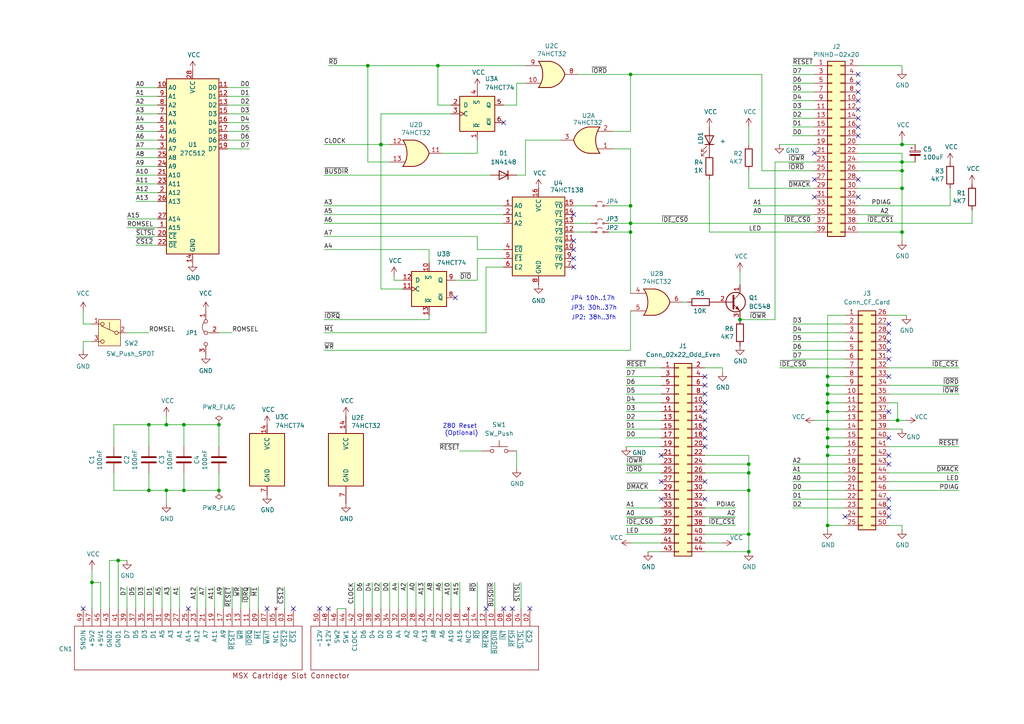
<source format=kicad_sch>
(kicad_sch (version 20231120) (generator "eeschema") (generator_version "8.0")
  (paper "A4")
  (title_block (title "Soda IDE") (rev "v0.9") (company "Danjovic 2024") (comment 1 "Based on SC729 RCBus Compact Flash Modue v1.1.0 and Beer IDE 232") (comment 2 "2x32K ROM + switch + Reset Button"))
  (lib_symbols
    (symbol "74xx:74HCT138"
      (property "Reference" "U" (at -7.62 13.97 0))
      (property "Value" "74HCT138" (at 2.54 -11.43 0))
      (symbol "74HCT138_1_1"
        (pin input line (at -10.16 10.16 0) (length 2.54) (name "A0") (number "1"))
        (pin output line (at 10.16 -2.54 180) (length 2.54) (name "~{Y5}") (number "10"))
        (pin output line (at 10.16 0 180) (length 2.54) (name "~{Y4}") (number "11"))
        (pin output line (at 10.16 2.54 180) (length 2.54) (name "~{Y3}") (number "12"))
        (pin output line (at 10.16 5.08 180) (length 2.54) (name "~{Y2}") (number "13"))
        (pin output line (at 10.16 7.62 180) (length 2.54) (name "~{Y1}") (number "14"))
        (pin output line (at 10.16 10.16 180) (length 2.54) (name "~{Y0}") (number "15"))
        (pin power_in line (at 0 15.24 270) (length 2.54) (name "VCC") (number "16"))
        (pin input line (at -10.16 7.62 0) (length 2.54) (name "A1") (number "2"))
        (pin input line (at -10.16 5.08 0) (length 2.54) (name "A2") (number "3"))
        (pin input line (at -10.16 -2.54 0) (length 2.54) (name "~{E0}") (number "4"))
        (pin input line (at -10.16 -5.08 0) (length 2.54) (name "~{E1}") (number "5"))
        (pin input line (at -10.16 -7.62 0) (length 2.54) (name "E2") (number "6"))
        (pin output line (at 10.16 -7.62 180) (length 2.54) (name "~{Y7}") (number "7"))
        (pin power_in line (at 0 -12.7 90) (length 2.54) (name "GND") (number "8"))
        (pin output line (at 10.16 -5.08 180) (length 2.54) (name "~{Y6}") (number "9"))
      )
    )
    (symbol "74xx:74HCT74" (pin_names (offset 1.016))
      (property "Reference" "U" (at -7.62 8.89 0))
      (property "Value" "74HCT74" (at -7.62 -8.89 0))
      (symbol "74HCT74_1_0"
        (pin input line (at 0 -7.62 90) (length 2.54) (name "~{R}") (number "1"))
        (pin input line (at -7.62 2.54 0) (length 2.54) (name "D") (number "2"))
        (pin input clock (at -7.62 0 0) (length 2.54) (name "C") (number "3"))
        (pin input line (at 0 7.62 270) (length 2.54) (name "~{S}") (number "4"))
        (pin output line (at 7.62 2.54 180) (length 2.54) (name "Q") (number "5"))
        (pin output line (at 7.62 -2.54 180) (length 2.54) (name "~{Q}") (number "6"))
      )
      (symbol "74HCT74_2_0"
        (pin input line (at 0 7.62 270) (length 2.54) (name "~{S}") (number "10"))
        (pin input clock (at -7.62 0 0) (length 2.54) (name "C") (number "11"))
        (pin input line (at -7.62 2.54 0) (length 2.54) (name "D") (number "12"))
        (pin input line (at 0 -7.62 90) (length 2.54) (name "~{R}") (number "13"))
        (pin output line (at 7.62 -2.54 180) (length 2.54) (name "~{Q}") (number "8"))
        (pin output line (at 7.62 2.54 180) (length 2.54) (name "Q") (number "9"))
      )
      (symbol "74HCT74_3_0"
        (pin power_in line (at 0 10.16 270) (length 2.54) (name "VCC") (number "14"))
        (pin power_in line (at 0 -10.16 90) (length 2.54) (name "GND") (number "7"))
      )
    )
    (symbol "74xx:74LS32" (pin_names (offset 1.016))
      (property "Reference" "U" (at 0 1.27 0))
      (property "Value" "74LS32" (at 0 -1.27 0))
      (symbol "74LS32_1_1"
        (pin input line (at -7.62 2.54 0) (length 4.318) (name "~") (number "1"))
        (pin input line (at -7.62 -2.54 0) (length 4.318) (name "~") (number "2"))
        (pin output line (at 7.62 0 180) (length 3.81) (name "~") (number "3"))
      )
      (symbol "74LS32_1_2"
        (pin input inverted (at -7.62 2.54 0) (length 3.81) (name "~") (number "1"))
        (pin input inverted (at -7.62 -2.54 0) (length 3.81) (name "~") (number "2"))
        (pin output inverted (at 7.62 0 180) (length 3.81) (name "~") (number "3"))
      )
      (symbol "74LS32_2_1"
        (pin input line (at -7.62 2.54 0) (length 4.318) (name "~") (number "4"))
        (pin input line (at -7.62 -2.54 0) (length 4.318) (name "~") (number "5"))
        (pin output line (at 7.62 0 180) (length 3.81) (name "~") (number "6"))
      )
      (symbol "74LS32_2_2"
        (pin input inverted (at -7.62 2.54 0) (length 3.81) (name "~") (number "4"))
        (pin input inverted (at -7.62 -2.54 0) (length 3.81) (name "~") (number "5"))
        (pin output inverted (at 7.62 0 180) (length 3.81) (name "~") (number "6"))
      )
      (symbol "74LS32_3_1"
        (pin input line (at -7.62 -2.54 0) (length 4.318) (name "~") (number "10"))
        (pin output line (at 7.62 0 180) (length 3.81) (name "~") (number "8"))
        (pin input line (at -7.62 2.54 0) (length 4.318) (name "~") (number "9"))
      )
      (symbol "74LS32_3_2"
        (pin input inverted (at -7.62 -2.54 0) (length 3.81) (name "~") (number "10"))
        (pin output inverted (at 7.62 0 180) (length 3.81) (name "~") (number "8"))
        (pin input inverted (at -7.62 2.54 0) (length 3.81) (name "~") (number "9"))
      )
      (symbol "74LS32_4_1"
        (pin output line (at 7.62 0 180) (length 3.81) (name "~") (number "11"))
        (pin input line (at -7.62 2.54 0) (length 4.318) (name "~") (number "12"))
        (pin input line (at -7.62 -2.54 0) (length 4.318) (name "~") (number "13"))
      )
      (symbol "74LS32_4_2"
        (pin output inverted (at 7.62 0 180) (length 3.81) (name "~") (number "11"))
        (pin input inverted (at -7.62 2.54 0) (length 3.81) (name "~") (number "12"))
        (pin input inverted (at -7.62 -2.54 0) (length 3.81) (name "~") (number "13"))
      )
      (symbol "74LS32_5_0"
        (pin power_in line (at 0 12.7 270) (length 5.08) (name "VCC") (number "14"))
        (pin power_in line (at 0 -12.7 90) (length 5.08) (name "GND") (number "7"))
      )
    )
    (symbol "Connector_Generic:Conn_02x20_Odd_Even" (pin_names (offset 1.016) hide)
      (property "Reference" "J" (at 1.27 25.4 0))
      (property "Value" "Conn_02x20_Odd_Even" (at 1.27 -27.94 0))
      (symbol "Conn_02x20_Odd_Even_1_1"
        (pin passive line (at -5.08 22.86 0) (length 3.81) (name "Pin_1") (number "1"))
        (pin passive line (at 7.62 12.7 180) (length 3.81) (name "Pin_10") (number "10"))
        (pin passive line (at -5.08 10.16 0) (length 3.81) (name "Pin_11") (number "11"))
        (pin passive line (at 7.62 10.16 180) (length 3.81) (name "Pin_12") (number "12"))
        (pin passive line (at -5.08 7.62 0) (length 3.81) (name "Pin_13") (number "13"))
        (pin passive line (at 7.62 7.62 180) (length 3.81) (name "Pin_14") (number "14"))
        (pin passive line (at -5.08 5.08 0) (length 3.81) (name "Pin_15") (number "15"))
        (pin passive line (at 7.62 5.08 180) (length 3.81) (name "Pin_16") (number "16"))
        (pin passive line (at -5.08 2.54 0) (length 3.81) (name "Pin_17") (number "17"))
        (pin passive line (at 7.62 2.54 180) (length 3.81) (name "Pin_18") (number "18"))
        (pin passive line (at -5.08 0 0) (length 3.81) (name "Pin_19") (number "19"))
        (pin passive line (at 7.62 22.86 180) (length 3.81) (name "Pin_2") (number "2"))
        (pin passive line (at 7.62 0 180) (length 3.81) (name "Pin_20") (number "20"))
        (pin passive line (at -5.08 -2.54 0) (length 3.81) (name "Pin_21") (number "21"))
        (pin passive line (at 7.62 -2.54 180) (length 3.81) (name "Pin_22") (number "22"))
        (pin passive line (at -5.08 -5.08 0) (length 3.81) (name "Pin_23") (number "23"))
        (pin passive line (at 7.62 -5.08 180) (length 3.81) (name "Pin_24") (number "24"))
        (pin passive line (at -5.08 -7.62 0) (length 3.81) (name "Pin_25") (number "25"))
        (pin passive line (at 7.62 -7.62 180) (length 3.81) (name "Pin_26") (number "26"))
        (pin passive line (at -5.08 -10.16 0) (length 3.81) (name "Pin_27") (number "27"))
        (pin passive line (at 7.62 -10.16 180) (length 3.81) (name "Pin_28") (number "28"))
        (pin passive line (at -5.08 -12.7 0) (length 3.81) (name "Pin_29") (number "29"))
        (pin passive line (at -5.08 20.32 0) (length 3.81) (name "Pin_3") (number "3"))
        (pin passive line (at 7.62 -12.7 180) (length 3.81) (name "Pin_30") (number "30"))
        (pin passive line (at -5.08 -15.24 0) (length 3.81) (name "Pin_31") (number "31"))
        (pin passive line (at 7.62 -15.24 180) (length 3.81) (name "Pin_32") (number "32"))
        (pin passive line (at -5.08 -17.78 0) (length 3.81) (name "Pin_33") (number "33"))
        (pin passive line (at 7.62 -17.78 180) (length 3.81) (name "Pin_34") (number "34"))
        (pin passive line (at -5.08 -20.32 0) (length 3.81) (name "Pin_35") (number "35"))
        (pin passive line (at 7.62 -20.32 180) (length 3.81) (name "Pin_36") (number "36"))
        (pin passive line (at -5.08 -22.86 0) (length 3.81) (name "Pin_37") (number "37"))
        (pin passive line (at 7.62 -22.86 180) (length 3.81) (name "Pin_38") (number "38"))
        (pin passive line (at -5.08 -25.4 0) (length 3.81) (name "Pin_39") (number "39"))
        (pin passive line (at 7.62 20.32 180) (length 3.81) (name "Pin_4") (number "4"))
        (pin passive line (at 7.62 -25.4 180) (length 3.81) (name "Pin_40") (number "40"))
        (pin passive line (at -5.08 17.78 0) (length 3.81) (name "Pin_5") (number "5"))
        (pin passive line (at 7.62 17.78 180) (length 3.81) (name "Pin_6") (number "6"))
        (pin passive line (at -5.08 15.24 0) (length 3.81) (name "Pin_7") (number "7"))
        (pin passive line (at 7.62 15.24 180) (length 3.81) (name "Pin_8") (number "8"))
        (pin passive line (at -5.08 12.7 0) (length 3.81) (name "Pin_9") (number "9"))
      )
    )
    (symbol "Connector_Generic:Conn_02x22_Odd_Even" (pin_names (offset 1.016) hide)
      (property "Reference" "J" (at 1.27 27.94 0))
      (property "Value" "Conn_02x22_Odd_Even" (at 1.27 -30.48 0))
      (symbol "Conn_02x22_Odd_Even_1_1"
        (pin passive line (at -5.08 25.4 0) (length 3.81) (name "Pin_1") (number "1"))
        (pin passive line (at 7.62 15.24 180) (length 3.81) (name "Pin_10") (number "10"))
        (pin passive line (at -5.08 12.7 0) (length 3.81) (name "Pin_11") (number "11"))
        (pin passive line (at 7.62 12.7 180) (length 3.81) (name "Pin_12") (number "12"))
        (pin passive line (at -5.08 10.16 0) (length 3.81) (name "Pin_13") (number "13"))
        (pin passive line (at 7.62 10.16 180) (length 3.81) (name "Pin_14") (number "14"))
        (pin passive line (at -5.08 7.62 0) (length 3.81) (name "Pin_15") (number "15"))
        (pin passive line (at 7.62 7.62 180) (length 3.81) (name "Pin_16") (number "16"))
        (pin passive line (at -5.08 5.08 0) (length 3.81) (name "Pin_17") (number "17"))
        (pin passive line (at 7.62 5.08 180) (length 3.81) (name "Pin_18") (number "18"))
        (pin passive line (at -5.08 2.54 0) (length 3.81) (name "Pin_19") (number "19"))
        (pin passive line (at 7.62 25.4 180) (length 3.81) (name "Pin_2") (number "2"))
        (pin passive line (at 7.62 2.54 180) (length 3.81) (name "Pin_20") (number "20"))
        (pin passive line (at -5.08 0 0) (length 3.81) (name "Pin_21") (number "21"))
        (pin passive line (at 7.62 0 180) (length 3.81) (name "Pin_22") (number "22"))
        (pin passive line (at -5.08 -2.54 0) (length 3.81) (name "Pin_23") (number "23"))
        (pin passive line (at 7.62 -2.54 180) (length 3.81) (name "Pin_24") (number "24"))
        (pin passive line (at -5.08 -5.08 0) (length 3.81) (name "Pin_25") (number "25"))
        (pin passive line (at 7.62 -5.08 180) (length 3.81) (name "Pin_26") (number "26"))
        (pin passive line (at -5.08 -7.62 0) (length 3.81) (name "Pin_27") (number "27"))
        (pin passive line (at 7.62 -7.62 180) (length 3.81) (name "Pin_28") (number "28"))
        (pin passive line (at -5.08 -10.16 0) (length 3.81) (name "Pin_29") (number "29"))
        (pin passive line (at -5.08 22.86 0) (length 3.81) (name "Pin_3") (number "3"))
        (pin passive line (at 7.62 -10.16 180) (length 3.81) (name "Pin_30") (number "30"))
        (pin passive line (at -5.08 -12.7 0) (length 3.81) (name "Pin_31") (number "31"))
        (pin passive line (at 7.62 -12.7 180) (length 3.81) (name "Pin_32") (number "32"))
        (pin passive line (at -5.08 -15.24 0) (length 3.81) (name "Pin_33") (number "33"))
        (pin passive line (at 7.62 -15.24 180) (length 3.81) (name "Pin_34") (number "34"))
        (pin passive line (at -5.08 -17.78 0) (length 3.81) (name "Pin_35") (number "35"))
        (pin passive line (at 7.62 -17.78 180) (length 3.81) (name "Pin_36") (number "36"))
        (pin passive line (at -5.08 -20.32 0) (length 3.81) (name "Pin_37") (number "37"))
        (pin passive line (at 7.62 -20.32 180) (length 3.81) (name "Pin_38") (number "38"))
        (pin passive line (at -5.08 -22.86 0) (length 3.81) (name "Pin_39") (number "39"))
        (pin passive line (at 7.62 22.86 180) (length 3.81) (name "Pin_4") (number "4"))
        (pin passive line (at 7.62 -22.86 180) (length 3.81) (name "Pin_40") (number "40"))
        (pin passive line (at -5.08 -25.4 0) (length 3.81) (name "Pin_41") (number "41"))
        (pin passive line (at 7.62 -25.4 180) (length 3.81) (name "Pin_42") (number "42"))
        (pin passive line (at -5.08 -27.94 0) (length 3.81) (name "Pin_43") (number "43"))
        (pin passive line (at 7.62 -27.94 180) (length 3.81) (name "Pin_44") (number "44"))
        (pin passive line (at -5.08 20.32 0) (length 3.81) (name "Pin_5") (number "5"))
        (pin passive line (at 7.62 20.32 180) (length 3.81) (name "Pin_6") (number "6"))
        (pin passive line (at -5.08 17.78 0) (length 3.81) (name "Pin_7") (number "7"))
        (pin passive line (at 7.62 17.78 180) (length 3.81) (name "Pin_8") (number "8"))
        (pin passive line (at -5.08 15.24 0) (length 3.81) (name "Pin_9") (number "9"))
      )
    )
    (symbol "Connector_Generic:Conn_02x25_Counter_Clockwise" (pin_names (offset 1.016) hide)
      (property "Reference" "J2" (at 1.27 36.83 0))
      (property "Value" "Conn_CF_Card" (at 1.27 34.29 0))
      (symbol "Conn_02x25_Counter_Clockwise_1_1"
        (pin passive line (at -5.08 30.48 0) (length 3.81) (name "Pin_1") (number "1"))
        (pin passive line (at -5.08 7.62 0) (length 3.81) (name "Pin_10") (number "10"))
        (pin passive line (at -5.08 5.08 0) (length 3.81) (name "Pin_11") (number "11"))
        (pin passive line (at -5.08 2.54 0) (length 3.81) (name "Pin_12") (number "12"))
        (pin passive line (at -5.08 0 0) (length 3.81) (name "Pin_13") (number "13"))
        (pin passive line (at -5.08 -2.54 0) (length 3.81) (name "Pin_14") (number "14"))
        (pin passive line (at -5.08 -5.08 0) (length 3.81) (name "Pin_15") (number "15"))
        (pin passive line (at -5.08 -7.62 0) (length 3.81) (name "Pin_16") (number "16"))
        (pin passive line (at -5.08 -10.16 0) (length 3.81) (name "Pin_17") (number "17"))
        (pin passive line (at -5.08 -12.7 0) (length 3.81) (name "Pin_18") (number "18"))
        (pin passive line (at -5.08 -15.24 0) (length 3.81) (name "Pin_19") (number "19"))
        (pin passive line (at -5.08 27.94 0) (length 3.81) (name "Pin_2") (number "2"))
        (pin passive line (at -5.08 -17.78 0) (length 3.81) (name "Pin_20") (number "20"))
        (pin passive line (at -5.08 -20.32 0) (length 3.81) (name "Pin_21") (number "21"))
        (pin passive line (at -5.08 -22.86 0) (length 3.81) (name "Pin_22") (number "22"))
        (pin passive line (at -5.08 -25.4 0) (length 3.81) (name "Pin_23") (number "23"))
        (pin passive line (at -5.08 -27.94 0) (length 3.81) (name "Pin_24") (number "24"))
        (pin passive line (at -5.08 -30.48 0) (length 3.81) (name "Pin_25") (number "25"))
        (pin passive line (at 7.62 30.48 180) (length 3.81) (name "Pin_26") (number "26"))
        (pin passive line (at 7.62 27.94 180) (length 3.81) (name "Pin_27") (number "27"))
        (pin passive line (at 7.62 25.4 180) (length 3.81) (name "Pin_28") (number "28"))
        (pin passive line (at 7.62 22.86 180) (length 3.81) (name "Pin_29") (number "29"))
        (pin passive line (at -5.08 25.4 0) (length 3.81) (name "Pin_3") (number "3"))
        (pin passive line (at 7.62 20.32 180) (length 3.81) (name "Pin_30") (number "30"))
        (pin passive line (at 7.62 17.78 180) (length 3.81) (name "Pin_31") (number "31"))
        (pin passive line (at 7.62 15.24 180) (length 3.81) (name "Pin_32") (number "32"))
        (pin passive line (at 7.62 12.7 180) (length 3.81) (name "Pin_33") (number "33"))
        (pin passive line (at 7.62 10.16 180) (length 3.81) (name "Pin_34") (number "34"))
        (pin passive line (at 7.62 7.62 180) (length 3.81) (name "Pin_35") (number "35"))
        (pin passive line (at 7.62 5.08 180) (length 3.81) (name "Pin_36") (number "36"))
        (pin passive line (at 7.62 2.54 180) (length 3.81) (name "Pin_37") (number "37"))
        (pin passive line (at 7.62 0 180) (length 3.81) (name "Pin_38") (number "38"))
        (pin passive line (at 7.62 -2.54 180) (length 3.81) (name "Pin_39") (number "39"))
        (pin passive line (at -5.08 22.86 0) (length 3.81) (name "Pin_4") (number "4"))
        (pin passive line (at 7.62 -5.08 180) (length 3.81) (name "Pin_40") (number "40"))
        (pin passive line (at 7.62 -7.62 180) (length 3.81) (name "Pin_41") (number "41"))
        (pin passive line (at 7.62 -10.16 180) (length 3.81) (name "Pin_42") (number "42"))
        (pin passive line (at 7.62 -12.7 180) (length 3.81) (name "Pin_43") (number "43"))
        (pin passive line (at 7.62 -15.24 180) (length 3.81) (name "Pin_44") (number "44"))
        (pin passive line (at 7.62 -17.78 180) (length 3.81) (name "Pin_45") (number "45"))
        (pin passive line (at 7.62 -20.32 180) (length 3.81) (name "Pin_46") (number "46"))
        (pin passive line (at 7.62 -22.86 180) (length 3.81) (name "Pin_47") (number "47"))
        (pin passive line (at 7.62 -25.4 180) (length 3.81) (name "Pin_48") (number "48"))
        (pin passive line (at 7.62 -27.94 180) (length 3.81) (name "Pin_49") (number "49"))
        (pin passive line (at -5.08 20.32 0) (length 3.81) (name "Pin_5") (number "5"))
        (pin passive line (at 7.62 -30.48 180) (length 3.81) (name "Pin_50") (number "50"))
        (pin passive line (at -5.08 17.78 0) (length 3.81) (name "Pin_6") (number "6"))
        (pin passive line (at -5.08 15.24 0) (length 3.81) (name "Pin_7") (number "7"))
        (pin passive line (at -5.08 12.7 0) (length 3.81) (name "Pin_8") (number "8"))
        (pin passive line (at -5.08 10.16 0) (length 3.81) (name "Pin_9") (number "9"))
      )
    )
    (symbol "Device:C" (pin_numbers hide) (pin_names (offset 0.254))
      (property "Reference" "C" (at 0.635 2.54 0))
      (property "Value" "C" (at 0.635 -2.54 0))
      (symbol "C_1_1"
        (pin passive line (at 0 3.81 270) (length 2.794) (name "~") (number "1"))
        (pin passive line (at 0 -3.81 90) (length 2.794) (name "~") (number "2"))
      )
    )
    (symbol "Device:LED" (pin_numbers hide) (pin_names (offset 1.016) hide)
      (property "Reference" "D" (at 0 2.54 0))
      (property "Value" "LED" (at 0 -2.54 0))
      (symbol "LED_1_1"
        (pin passive line (at -3.81 0 0) (length 2.54) (name "K") (number "1"))
        (pin passive line (at 3.81 0 180) (length 2.54) (name "A") (number "2"))
      )
    )
    (symbol "Device:R" (pin_numbers hide) (pin_names (offset 0))
      (property "Reference" "R" (at 2.032 0 90))
      (property "Value" "R" (at 0 0 90))
      (symbol "R_1_1"
        (pin passive line (at 0 3.81 270) (length 1.27) (name "~") (number "1"))
        (pin passive line (at 0 -3.81 90) (length 1.27) (name "~") (number "2"))
      )
    )
    (symbol "Diode:1N4148" (pin_numbers hide) (pin_names hide)
      (property "Reference" "D" (at 0 2.54 0))
      (property "Value" "1N4148" (at 0 -2.54 0))
      (symbol "1N4148_1_1"
        (pin passive line (at -3.81 0 0) (length 2.54) (name "K") (number "1"))
        (pin passive line (at 3.81 0 180) (length 2.54) (name "A") (number "2"))
      )
    )
    (symbol "Jumper:Jumper_2_Small_Open" (pin_numbers hide) (pin_names (offset 0) hide) (exclude_from_sim yes)
      (property "Reference" "JP" (at 0 2.794 0))
      (property "Value" "Jumper_2_Small_Open" (at 0 -2.286 0))
      (symbol "Jumper_2_Small_Open_1_1"
        (pin passive line (at -2.54 0 0) (length 1.27) (name "A") (number "1"))
        (pin passive line (at 2.54 0 180) (length 1.27) (name "B") (number "2"))
      )
    )
    (symbol "Jumper:Jumper_3_Bridged12" (pin_names (offset 0) hide)
      (property "Reference" "JP" (at -2.54 -2.54 0))
      (property "Value" "Jumper_3_Bridged12" (at 0 2.794 0))
      (symbol "Jumper_3_Bridged12_1_1"
        (pin passive line (at -6.35 0 0) (length 2.54) (name "A") (number "1"))
        (pin passive line (at 0 -3.81 90) (length 2.54) (name "C") (number "2"))
        (pin passive line (at 6.35 0 180) (length 2.54) (name "B") (number "3"))
      )
    )
    (symbol "Memory_EPROM:27128"
      (property "Reference" "U5" (at 0 6.35 0))
      (property "Value" "W27C512" (at 0 3.81 0))
      (symbol "27128_1_1"
        (pin input line (at -10.16 -17.78 0) (length 2.54) (name "A15") (number "1"))
        (pin input line (at -10.16 22.86 0) (length 2.54) (name "A0") (number "10"))
        (pin tri_state line (at 10.16 22.86 180) (length 2.54) (name "D0") (number "11"))
        (pin tri_state line (at 10.16 20.32 180) (length 2.54) (name "D1") (number "12"))
        (pin tri_state line (at 10.16 17.78 180) (length 2.54) (name "D2") (number "13"))
        (pin power_in line (at 0 -27.94 90) (length 2.54) (name "GND") (number "14"))
        (pin tri_state line (at 10.16 15.24 180) (length 2.54) (name "D3") (number "15"))
        (pin tri_state line (at 10.16 12.7 180) (length 2.54) (name "D4") (number "16"))
        (pin tri_state line (at 10.16 10.16 180) (length 2.54) (name "D5") (number "17"))
        (pin tri_state line (at 10.16 7.62 180) (length 2.54) (name "D6") (number "18"))
        (pin tri_state line (at 10.16 5.08 180) (length 2.54) (name "D7") (number "19"))
        (pin input line (at -10.16 -7.62 0) (length 2.54) (name "A12") (number "2"))
        (pin input line (at -10.16 -20.32 0) (length 2.54) (name "~{CE}") (number "20"))
        (pin input line (at -10.16 -2.54 0) (length 2.54) (name "A10") (number "21"))
        (pin input line (at -10.16 -22.86 0) (length 2.54) (name "~{OE}") (number "22"))
        (pin input line (at -10.16 -5.08 0) (length 2.54) (name "A11") (number "23"))
        (pin input line (at -10.16 0 0) (length 2.54) (name "A9") (number "24"))
        (pin input line (at -10.16 2.54 0) (length 2.54) (name "A8") (number "25"))
        (pin input line (at -10.16 -10.16 0) (length 2.54) (name "A13") (number "26"))
        (pin input line (at -10.16 -15.24 0) (length 2.54) (name "A14") (number "27"))
        (pin power_in line (at 0 27.94 270) (length 2.54) (name "VCC") (number "28"))
        (pin input line (at -10.16 5.08 0) (length 2.54) (name "A7") (number "3"))
        (pin input line (at -10.16 7.62 0) (length 2.54) (name "A6") (number "4"))
        (pin input line (at -10.16 10.16 0) (length 2.54) (name "A5") (number "5"))
        (pin input line (at -10.16 12.7 0) (length 2.54) (name "A4") (number "6"))
        (pin input line (at -10.16 15.24 0) (length 2.54) (name "A3") (number "7"))
        (pin input line (at -10.16 17.78 0) (length 2.54) (name "A2") (number "8"))
        (pin input line (at -10.16 20.32 0) (length 2.54) (name "A1") (number "9"))
      )
    )
    (symbol "Switch:SW_Push" (pin_numbers hide) (pin_names (offset 1.016) hide)
      (property "Reference" "SW" (at 1.27 2.54 0))
      (property "Value" "SW_Push" (at 0 -1.524 0))
      (symbol "SW_Push_0_1"
        (pin passive line (at -5.08 0 0) (length 2.54) (name "1") (number "1"))
        (pin passive line (at 5.08 0 180) (length 2.54) (name "2") (number "2"))
      )
    )
    (symbol "Switch:SW_Push_SPDT" (pin_names (offset 0) hide)
      (property "Reference" "SW" (at 0 5.08 0))
      (property "Value" "SW_Push_SPDT" (at 0 -5.08 0))
      (symbol "SW_Push_SPDT_1_1"
        (pin passive line (at 5.08 2.54 180) (length 2.54) (name "A") (number "1"))
        (pin passive line (at -5.08 0 0) (length 2.54) (name "B") (number "2"))
        (pin passive line (at 5.08 -2.54 180) (length 2.54) (name "C") (number "3"))
      )
    )
    (symbol "Transistor_BJT:BC548" (pin_names (offset 0) hide)
      (property "Reference" "Q" (at 5.08 1.905 0))
      (property "Value" "BC548" (at 5.08 0 0))
      (symbol "BC548_1_1"
        (pin passive line (at 2.54 5.08 270) (length 2.54) (name "C") (number "1"))
        (pin input line (at -5.08 0 0) (length 5.08) (name "B") (number "2"))
        (pin passive line (at 2.54 -5.08 90) (length 2.54) (name "E") (number "3"))
      )
    )
    (symbol "beer_ide_kicad-rescue:CP_Small-Device" (pin_numbers hide) (pin_names (offset 0.254) hide)
      (property "Reference" "C" (at 0.254 1.778 0))
      (property "Value" "CP_Small-Device" (at 0.254 -2.032 0))
      (symbol "CP_Small-Device_1_1"
        (pin passive line (at 0 2.54 270) (length 1.8542) (name "~") (number "1"))
        (pin passive line (at 0 -2.54 90) (length 1.8542) (name "~") (number "2"))
      )
    )
    (symbol "msx:MSX_Slot_Connector" (pin_names (offset 1.016))
      (property "Reference" "CN1" (at -2.794 3.81 0))
      (symbol "MSX_Slot_Connector_1_0"
        (text "MSX Cartridge Slot Connector" (at 45.72 -2.54 0) (effects (font (size 1.4986 1.4986)) (justify left bottom)))
        (pin output line (at 63.5 17.78 270) (length 5.08) (name "~{CS1}") (number "01"))
        (pin output line (at 132.08 17.78 270) (length 5.08) (name "~{CS2}") (number "02"))
        (pin output line (at 60.96 17.78 270) (length 5.08) (name "~{CS12}") (number "03"))
        (pin output line (at 129.54 17.78 270) (length 5.08) (name "~{SLTSL}") (number "04"))
        (pin no_connect line (at 58.42 17.78 270) (length 5.08) (name "NC1") (number "05"))
        (pin output line (at 127 17.78 270) (length 5.08) (name "~{RFSH}") (number "06"))
        (pin input line (at 55.88 17.78 270) (length 5.08) (name "~{WAIT}") (number "07"))
        (pin input line (at 124.46 17.78 270) (length 5.08) (name "~{INT}") (number "08"))
        (pin output line (at 53.34 17.78 270) (length 5.08) (name "~{M1}") (number "09"))
        (pin input line (at 121.92 17.78 270) (length 5.08) (name "~{BUSDIR}") (number "10"))
        (pin output line (at 50.8 17.78 270) (length 5.08) (name "~{IORQ}") (number "11"))
        (pin output line (at 119.38 17.78 270) (length 5.08) (name "~{MERQ}") (number "12"))
        (pin output line (at 48.26 17.78 270) (length 5.08) (name "~{WR}") (number "13"))
        (pin output line (at 116.84 17.78 270) (length 5.08) (name "~{RD}") (number "14"))
        (pin output line (at 45.72 17.78 270) (length 5.08) (name "~{RESET}") (number "15"))
        (pin no_connect line (at 114.3 17.78 270) (length 5.08) (name "NC2") (number "16"))
        (pin output line (at 43.18 17.78 270) (length 5.08) (name "A9") (number "17"))
        (pin output line (at 111.76 17.78 270) (length 5.08) (name "A15") (number "18"))
        (pin output line (at 40.64 17.78 270) (length 5.08) (name "A11") (number "19"))
        (pin output line (at 109.22 17.78 270) (length 5.08) (name "A10") (number "20"))
        (pin output line (at 38.1 17.78 270) (length 5.08) (name "A7") (number "21"))
        (pin output line (at 106.68 17.78 270) (length 5.08) (name "A6") (number "22"))
        (pin output line (at 35.56 17.78 270) (length 5.08) (name "A12") (number "23"))
        (pin output line (at 104.14 17.78 270) (length 5.08) (name "A8") (number "24"))
        (pin output line (at 33.02 17.78 270) (length 5.08) (name "A14") (number "25"))
        (pin output line (at 101.6 17.78 270) (length 5.08) (name "A13") (number "26"))
        (pin output line (at 30.48 17.78 270) (length 5.08) (name "A1") (number "27"))
        (pin output line (at 99.06 17.78 270) (length 5.08) (name "A0") (number "28"))
        (pin output line (at 27.94 17.78 270) (length 5.08) (name "A3") (number "29"))
        (pin output line (at 96.52 17.78 270) (length 5.08) (name "A2") (number "30"))
        (pin output line (at 25.4 17.78 270) (length 5.08) (name "A5") (number "31"))
        (pin output line (at 93.98 17.78 270) (length 5.08) (name "A4") (number "32"))
        (pin bidirectional line (at 22.86 17.78 270) (length 5.08) (name "D1") (number "33"))
        (pin bidirectional line (at 91.44 17.78 270) (length 5.08) (name "D0") (number "34"))
        (pin bidirectional line (at 20.32 17.78 270) (length 5.08) (name "D3") (number "35"))
        (pin bidirectional line (at 88.9 17.78 270) (length 5.08) (name "D2") (number "36"))
        (pin bidirectional line (at 17.78 17.78 270) (length 5.08) (name "D5") (number "37"))
        (pin bidirectional line (at 86.36 17.78 270) (length 5.08) (name "D4") (number "38"))
        (pin bidirectional line (at 15.24 17.78 270) (length 5.08) (name "D7") (number "39"))
        (pin bidirectional line (at 83.82 17.78 270) (length 5.08) (name "D6") (number "40"))
        (pin power_in line (at 12.7 17.78 270) (length 5.08) (name "GND1") (number "41"))
        (pin output line (at 81.28 17.78 270) (length 5.08) (name "CLOCK") (number "42"))
        (pin power_in line (at 10.16 17.78 270) (length 5.08) (name "GND2") (number "43"))
        (pin passive line (at 78.74 17.78 270) (length 5.08) (name "SW1") (number "44"))
        (pin power_in line (at 7.62 17.78 270) (length 5.08) (name "+5V1") (number "45"))
        (pin passive line (at 76.2 17.78 270) (length 5.08) (name "SW2") (number "46"))
        (pin power_in line (at 5.08 17.78 270) (length 5.08) (name "+5V2") (number "47"))
        (pin power_in line (at 73.66 17.78 270) (length 5.08) (name "+12V") (number "48"))
        (pin input line (at 2.54 17.78 270) (length 5.08) (name "SNDIN") (number "49"))
        (pin power_in line (at 71.12 17.78 270) (length 5.08) (name "-12V") (number "50"))
      )
    )
    (symbol "power:GND" (power) (pin_names (offset 0))
      (property "Value" "GND" (at 0 -3.81 0))
      (symbol "GND_1_1"
        (pin power_in line (at 0 0 270) (length 0) hide (name "GND") (number "1"))
      )
    )
    (symbol "power:PWR_FLAG" (power) (pin_numbers hide) (pin_names (offset 0) hide)
      (property "Value" "PWR_FLAG" (at 0 3.81 0))
      (symbol "PWR_FLAG_0_0"
        (pin power_out line (at 0 0 90) (length 0) (name "~") (number "1"))
      )
    )
    (symbol "power:VCC" (power) (pin_names (offset 0))
      (property "Value" "VCC" (at 0 3.81 0))
      (symbol "VCC_1_1"
        (pin power_in line (at 0 0 90) (length 0) hide (name "VCC") (number "1"))
      )
    )
  )
  (junction (at 260.35 121.92))
  (junction (at 217.17 134.62))
  (junction (at 261.62 54.61))
  (junction (at 240.03 129.54))
  (junction (at 53.34 142.24))
  (junction (at 261.62 41.91))
  (junction (at 43.18 142.24))
  (junction (at 240.03 116.84))
  (junction (at 217.17 137.16))
  (junction (at 261.62 67.31))
  (junction (at 48.26 123.19))
  (junction (at 240.03 114.3))
  (junction (at 240.03 109.22))
  (junction (at 240.03 132.08))
  (junction (at 53.34 123.19))
  (junction (at 182.88 59.69))
  (junction (at 110.49 41.91))
  (junction (at 217.17 142.24))
  (junction (at 182.88 67.31))
  (junction (at 261.62 46.99))
  (junction (at 182.88 21.59))
  (junction (at 261.62 49.53))
  (junction (at 63.5 142.24))
  (junction (at 240.03 124.46))
  (junction (at 217.17 160.02))
  (junction (at 34.29 162.56))
  (junction (at 182.88 64.77))
  (junction (at 63.5 123.19))
  (junction (at 240.03 111.76))
  (junction (at 240.03 119.38))
  (junction (at 217.17 154.94))
  (junction (at 26.67 168.91))
  (junction (at 43.18 123.19))
  (junction (at 127 19.05))
  (junction (at 48.26 142.24))
  (junction (at 240.03 127))
  (junction (at 106.68 19.05))
  (junction (at 214.63 92.71))
  (junction (at 240.03 152.4))
  (no_connect (at 166.37 77.47))
  (no_connect (at 166.37 62.23))
  (no_connect (at 248.92 26.67))
  (no_connect (at 166.37 74.93))
  (no_connect (at 153.67 176.53))
  (no_connect (at 146.05 176.53))
  (no_connect (at 257.81 104.14))
  (no_connect (at 148.59 176.53))
  (no_connect (at 204.47 144.78))
  (no_connect (at 191.77 132.08))
  (no_connect (at 236.22 44.45))
  (no_connect (at 24.13 176.53))
  (no_connect (at 248.92 24.13))
  (no_connect (at 257.81 96.52))
  (no_connect (at 166.37 72.39))
  (no_connect (at 236.22 57.15))
  (no_connect (at 257.81 101.6))
  (no_connect (at 77.47 176.53))
  (no_connect (at 257.81 134.62))
  (no_connect (at 248.92 31.75))
  (no_connect (at 257.81 119.38))
  (no_connect (at 257.81 99.06))
  (no_connect (at 132.08 86.36))
  (no_connect (at 257.81 109.22))
  (no_connect (at 248.92 57.15))
  (no_connect (at 204.47 129.54))
  (no_connect (at 257.81 147.32))
  (no_connect (at 204.47 111.76))
  (no_connect (at 204.47 119.38))
  (no_connect (at 191.77 139.7))
  (no_connect (at 248.92 29.21))
  (no_connect (at 257.81 93.98))
  (no_connect (at 248.92 21.59))
  (no_connect (at 92.71 176.53))
  (no_connect (at 166.37 69.85))
  (no_connect (at 257.81 127))
  (no_connect (at 245.11 149.86))
  (no_connect (at 257.81 144.78))
  (no_connect (at 85.09 176.53))
  (no_connect (at 248.92 34.29))
  (no_connect (at 191.77 144.78))
  (no_connect (at 146.05 35.56))
  (no_connect (at 140.97 176.53))
  (no_connect (at 95.25 176.53))
  (no_connect (at 248.92 39.37))
  (no_connect (at 248.92 52.07))
  (no_connect (at 204.47 124.46))
  (no_connect (at 236.22 52.07))
  (no_connect (at 204.47 127))
  (no_connect (at 248.92 36.83))
  (no_connect (at 204.47 109.22))
  (no_connect (at 204.47 116.84))
  (no_connect (at 204.47 139.7))
  (no_connect (at 54.61 176.53))
  (no_connect (at 257.81 149.86))
  (no_connect (at 204.47 121.92))
  (no_connect (at 204.47 114.3))
  (no_connect (at 257.81 132.08))
  (wire (pts (xy 248.92 54.61) (xy 261.62 54.61)))
  (wire (pts (xy 240.03 127) (xy 245.11 127)))
  (wire (pts (xy 133.35 130.81) (xy 139.7 130.81)))
  (wire (pts (xy 33.02 142.24) (xy 43.18 142.24)))
  (wire (pts (xy 278.13 142.24) (xy 257.81 142.24)))
  (wire (pts (xy 281.94 60.96) (xy 281.94 64.77)))
  (wire (pts (xy 204.47 152.4) (xy 213.36 152.4)))
  (wire (pts (xy 236.22 121.92) (xy 245.11 121.92)))
  (wire (pts (xy 204.47 106.68) (xy 209.55 106.68)))
  (wire (pts (xy 191.77 142.24) (xy 181.61 142.24)))
  (wire (pts (xy 72.39 40.64) (xy 66.04 40.64)))
  (wire (pts (xy 229.87 147.32) (xy 245.11 147.32)))
  (wire (pts (xy 177.8 43.18) (xy 182.88 43.18)))
  (wire (pts (xy 39.37 38.1) (xy 45.72 38.1)))
  (wire (pts (xy 204.47 134.62) (xy 217.17 134.62)))
  (wire (pts (xy 181.61 147.32) (xy 191.77 147.32)))
  (wire (pts (xy 171.45 59.69) (xy 166.37 59.69)))
  (wire (pts (xy 229.87 144.78) (xy 245.11 144.78)))
  (wire (pts (xy 63.5 123.19) (xy 53.34 123.19)))
  (wire (pts (xy 240.03 124.46) (xy 245.11 124.46)))
  (wire (pts (xy 29.21 176.53) (xy 29.21 168.91)))
  (wire (pts (xy 110.49 168.91) (xy 110.49 176.53)))
  (wire (pts (xy 181.61 114.3) (xy 191.77 114.3)))
  (wire (pts (xy 124.46 72.39) (xy 124.46 76.2)))
  (wire (pts (xy 138.43 68.58) (xy 138.43 72.39)))
  (wire (pts (xy 106.68 19.05) (xy 127 19.05)))
  (wire (pts (xy 229.87 134.62) (xy 245.11 134.62)))
  (wire (pts (xy 24.13 99.06) (xy 24.13 101.6)))
  (wire (pts (xy 217.17 54.61) (xy 236.22 54.61)))
  (wire (pts (xy 93.98 64.77) (xy 146.05 64.77)))
  (wire (pts (xy 110.49 41.91) (xy 110.49 83.82)))
  (wire (pts (xy 53.34 123.19) (xy 53.34 129.54)))
  (wire (pts (xy 240.03 129.54) (xy 245.11 129.54)))
  (wire (pts (xy 162.56 40.64) (xy 152.4 40.64)))
  (wire (pts (xy 181.61 121.92) (xy 191.77 121.92)))
  (wire (pts (xy 204.47 160.02) (xy 217.17 160.02)))
  (wire (pts (xy 39.37 35.56) (xy 45.72 35.56)))
  (wire (pts (xy 220.98 49.53) (xy 236.22 49.53)))
  (wire (pts (xy 257.81 124.46) (xy 261.62 124.46)))
  (wire (pts (xy 236.22 41.91) (xy 226.06 41.91)))
  (wire (pts (xy 182.88 64.77) (xy 236.22 64.77)))
  (wire (pts (xy 229.87 93.98) (xy 245.11 93.98)))
  (wire (pts (xy 181.61 137.16) (xy 191.77 137.16)))
  (wire (pts (xy 63.5 137.16) (xy 63.5 142.24)))
  (wire (pts (xy 278.13 106.68) (xy 257.81 106.68)))
  (wire (pts (xy 114.3 81.28) (xy 114.3 80.01)))
  (wire (pts (xy 182.88 101.6) (xy 182.88 90.17)))
  (wire (pts (xy 217.17 134.62) (xy 217.17 137.16)))
  (wire (pts (xy 128.27 176.53) (xy 128.27 168.91)))
  (wire (pts (xy 130.81 33.02) (xy 110.49 33.02)))
  (wire (pts (xy 167.64 21.59) (xy 182.88 21.59)))
  (wire (pts (xy 182.88 38.1) (xy 182.88 21.59)))
  (wire (pts (xy 240.03 109.22) (xy 240.03 111.76)))
  (wire (pts (xy 59.69 176.53) (xy 59.69 170.18)))
  (wire (pts (xy 39.37 58.42) (xy 45.72 58.42)))
  (wire (pts (xy 240.03 119.38) (xy 245.11 119.38)))
  (wire (pts (xy 48.26 120.65) (xy 48.26 123.19)))
  (wire (pts (xy 46.99 170.18) (xy 46.99 176.53)))
  (wire (pts (xy 257.81 129.54) (xy 278.13 129.54)))
  (wire (pts (xy 181.61 127) (xy 191.77 127)))
  (wire (pts (xy 248.92 41.91) (xy 261.62 41.91)))
  (wire (pts (xy 181.61 152.4) (xy 191.77 152.4)))
  (wire (pts (xy 204.47 132.08) (xy 217.17 132.08)))
  (wire (pts (xy 123.19 168.91) (xy 123.19 176.53)))
  (wire (pts (xy 72.39 25.4) (xy 66.04 25.4)))
  (wire (pts (xy 34.29 176.53) (xy 34.29 162.56)))
  (wire (pts (xy 257.81 139.7) (xy 278.13 139.7)))
  (wire (pts (xy 214.63 92.71) (xy 224.79 92.71)))
  (wire (pts (xy 128.27 44.45) (xy 138.43 44.45)))
  (wire (pts (xy 166.37 64.77) (xy 171.45 64.77)))
  (wire (pts (xy 248.92 44.45) (xy 261.62 44.45)))
  (wire (pts (xy 152.4 24.13) (xy 149.86 24.13)))
  (wire (pts (xy 248.92 64.77) (xy 281.94 64.77)))
  (wire (pts (xy 181.61 116.84) (xy 191.77 116.84)))
  (wire (pts (xy 261.62 152.4) (xy 261.62 153.67)))
  (wire (pts (xy 229.87 142.24) (xy 245.11 142.24)))
  (wire (pts (xy 127 19.05) (xy 152.4 19.05)))
  (wire (pts (xy 140.97 96.52) (xy 140.97 77.47)))
  (wire (pts (xy 261.62 46.99) (xy 261.62 49.53)))
  (wire (pts (xy 52.07 170.18) (xy 52.07 176.53)))
  (wire (pts (xy 39.37 27.94) (xy 45.72 27.94)))
  (wire (pts (xy 140.97 77.47) (xy 146.05 77.47)))
  (wire (pts (xy 218.44 59.69) (xy 236.22 59.69)))
  (wire (pts (xy 115.57 168.91) (xy 115.57 176.53)))
  (wire (pts (xy 182.88 67.31) (xy 182.88 64.77)))
  (wire (pts (xy 166.37 67.31) (xy 171.45 67.31)))
  (wire (pts (xy 132.08 81.28) (xy 138.43 81.28)))
  (wire (pts (xy 39.37 53.34) (xy 45.72 53.34)))
  (wire (pts (xy 240.03 114.3) (xy 240.03 116.84)))
  (wire (pts (xy 63.5 96.52) (xy 67.31 96.52)))
  (wire (pts (xy 149.86 30.48) (xy 146.05 30.48)))
  (wire (pts (xy 260.35 116.84) (xy 260.35 121.92)))
  (wire (pts (xy 224.79 46.99) (xy 236.22 46.99)))
  (wire (pts (xy 149.86 24.13) (xy 149.86 30.48)))
  (wire (pts (xy 93.98 92.71) (xy 124.46 92.71)))
  (wire (pts (xy 24.13 99.06) (xy 26.67 99.06)))
  (wire (pts (xy 152.4 40.64) (xy 152.4 50.8)))
  (wire (pts (xy 48.26 142.24) (xy 48.26 146.05)))
  (wire (pts (xy 240.03 116.84) (xy 245.11 116.84)))
  (wire (pts (xy 240.03 152.4) (xy 245.11 152.4)))
  (wire (pts (xy 229.87 96.52) (xy 245.11 96.52)))
  (wire (pts (xy 43.18 137.16) (xy 43.18 142.24)))
  (wire (pts (xy 275.59 59.69) (xy 275.59 54.61)))
  (wire (pts (xy 48.26 123.19) (xy 53.34 123.19)))
  (wire (pts (xy 224.79 46.99) (xy 224.79 92.71)))
  (wire (pts (xy 149.86 130.81) (xy 149.86 135.89)))
  (wire (pts (xy 72.39 176.53) (xy 72.39 170.18)))
  (wire (pts (xy 240.03 91.44) (xy 240.03 109.22)))
  (wire (pts (xy 36.83 96.52) (xy 43.18 96.52)))
  (wire (pts (xy 93.98 72.39) (xy 124.46 72.39)))
  (wire (pts (xy 36.83 63.5) (xy 45.72 63.5)))
  (wire (pts (xy 31.75 176.53) (xy 31.75 162.56)))
  (wire (pts (xy 74.93 170.18) (xy 74.93 176.53)))
  (wire (pts (xy 146.05 74.93) (xy 138.43 74.93)))
  (wire (pts (xy 240.03 132.08) (xy 240.03 152.4)))
  (wire (pts (xy 260.35 121.92) (xy 262.89 121.92)))
  (wire (pts (xy 261.62 46.99) (xy 265.43 46.99)))
  (wire (pts (xy 229.87 29.21) (xy 236.22 29.21)))
  (wire (pts (xy 257.81 137.16) (xy 278.13 137.16)))
  (wire (pts (xy 204.47 147.32) (xy 213.36 147.32)))
  (wire (pts (xy 245.11 91.44) (xy 240.03 91.44)))
  (wire (pts (xy 229.87 99.06) (xy 245.11 99.06)))
  (wire (pts (xy 182.88 85.09) (xy 182.88 67.31)))
  (wire (pts (xy 57.15 170.18) (xy 57.15 176.53)))
  (wire (pts (xy 217.17 54.61) (xy 217.17 49.53)))
  (wire (pts (xy 34.29 162.56) (xy 36.83 162.56)))
  (wire (pts (xy 248.92 19.05) (xy 261.62 19.05)))
  (wire (pts (xy 204.47 157.48) (xy 209.55 157.48)))
  (wire (pts (xy 113.03 168.91) (xy 113.03 176.53)))
  (wire (pts (xy 72.39 43.18) (xy 66.04 43.18)))
  (wire (pts (xy 102.87 168.91) (xy 102.87 176.53)))
  (wire (pts (xy 33.02 129.54) (xy 33.02 123.19)))
  (wire (pts (xy 217.17 154.94) (xy 217.17 160.02)))
  (wire (pts (xy 29.21 168.91) (xy 26.67 168.91)))
  (wire (pts (xy 39.37 43.18) (xy 45.72 43.18)))
  (wire (pts (xy 39.37 68.58) (xy 45.72 68.58)))
  (wire (pts (xy 204.47 154.94) (xy 217.17 154.94)))
  (wire (pts (xy 24.13 93.98) (xy 26.67 93.98)))
  (wire (pts (xy 149.86 50.8) (xy 152.4 50.8)))
  (wire (pts (xy 205.74 67.31) (xy 236.22 67.31)))
  (wire (pts (xy 26.67 168.91) (xy 26.67 176.53)))
  (wire (pts (xy 229.87 101.6) (xy 245.11 101.6)))
  (wire (pts (xy 39.37 33.02) (xy 45.72 33.02)))
  (wire (pts (xy 138.43 40.64) (xy 138.43 44.45)))
  (wire (pts (xy 257.81 116.84) (xy 260.35 116.84)))
  (wire (pts (xy 176.53 59.69) (xy 182.88 59.69)))
  (wire (pts (xy 31.75 162.56) (xy 34.29 162.56)))
  (wire (pts (xy 39.37 48.26) (xy 45.72 48.26)))
  (wire (pts (xy 36.83 66.04) (xy 45.72 66.04)))
  (wire (pts (xy 93.98 68.58) (xy 138.43 68.58)))
  (wire (pts (xy 24.13 90.17) (xy 24.13 93.98)))
  (wire (pts (xy 181.61 149.86) (xy 191.77 149.86)))
  (wire (pts (xy 93.98 41.91) (xy 110.49 41.91)))
  (wire (pts (xy 72.39 33.02) (xy 66.04 33.02)))
  (wire (pts (xy 33.02 137.16) (xy 33.02 142.24)))
  (wire (pts (xy 93.98 50.8) (xy 142.24 50.8)))
  (wire (pts (xy 217.17 41.91) (xy 217.17 36.83)))
  (wire (pts (xy 240.03 127) (xy 240.03 129.54)))
  (wire (pts (xy 176.53 67.31) (xy 182.88 67.31)))
  (wire (pts (xy 229.87 24.13) (xy 236.22 24.13)))
  (wire (pts (xy 182.88 21.59) (xy 220.98 21.59)))
  (wire (pts (xy 240.03 116.84) (xy 240.03 119.38)))
  (wire (pts (xy 95.25 19.05) (xy 106.68 19.05)))
  (wire (pts (xy 229.87 137.16) (xy 245.11 137.16)))
  (wire (pts (xy 240.03 111.76) (xy 240.03 114.3)))
  (wire (pts (xy 240.03 119.38) (xy 240.03 124.46)))
  (wire (pts (xy 229.87 21.59) (xy 236.22 21.59)))
  (wire (pts (xy 39.37 30.48) (xy 45.72 30.48)))
  (wire (pts (xy 130.81 168.91) (xy 130.81 176.53)))
  (wire (pts (xy 181.61 111.76) (xy 191.77 111.76)))
  (wire (pts (xy 43.18 123.19) (xy 43.18 129.54)))
  (wire (pts (xy 181.61 134.62) (xy 191.77 134.62)))
  (wire (pts (xy 53.34 142.24) (xy 63.5 142.24)))
  (wire (pts (xy 261.62 44.45) (xy 261.62 46.99)))
  (wire (pts (xy 63.5 129.54) (xy 63.5 123.19)))
  (wire (pts (xy 43.18 123.19) (xy 48.26 123.19)))
  (wire (pts (xy 69.85 176.53) (xy 69.85 170.18)))
  (wire (pts (xy 248.92 59.69) (xy 275.59 59.69)))
  (wire (pts (xy 240.03 111.76) (xy 245.11 111.76)))
  (wire (pts (xy 217.17 142.24) (xy 217.17 154.94)))
  (wire (pts (xy 257.81 111.76) (xy 278.13 111.76)))
  (wire (pts (xy 229.87 36.83) (xy 236.22 36.83)))
  (wire (pts (xy 226.06 106.68) (xy 245.11 106.68)))
  (wire (pts (xy 118.11 168.91) (xy 118.11 176.53)))
  (wire (pts (xy 181.61 109.22) (xy 191.77 109.22)))
  (wire (pts (xy 107.95 168.91) (xy 107.95 176.53)))
  (wire (pts (xy 181.61 119.38) (xy 191.77 119.38)))
  (wire (pts (xy 41.91 170.18) (xy 41.91 176.53)))
  (wire (pts (xy 204.47 137.16) (xy 217.17 137.16)))
  (wire (pts (xy 39.37 71.12) (xy 45.72 71.12)))
  (wire (pts (xy 72.39 27.94) (xy 66.04 27.94)))
  (wire (pts (xy 133.35 176.53) (xy 133.35 168.91)))
  (wire (pts (xy 229.87 31.75) (xy 236.22 31.75)))
  (wire (pts (xy 33.02 123.19) (xy 43.18 123.19)))
  (wire (pts (xy 240.03 129.54) (xy 240.03 132.08)))
  (wire (pts (xy 127 30.48) (xy 127 19.05)))
  (wire (pts (xy 116.84 81.28) (xy 114.3 81.28)))
  (wire (pts (xy 262.89 91.44) (xy 257.81 91.44)))
  (wire (pts (xy 248.92 46.99) (xy 261.62 46.99)))
  (wire (pts (xy 214.63 78.74) (xy 214.63 82.55)))
  (wire (pts (xy 67.31 176.53) (xy 67.31 170.18)))
  (wire (pts (xy 62.23 170.18) (xy 62.23 176.53)))
  (wire (pts (xy 209.55 106.68) (xy 209.55 107.95)))
  (wire (pts (xy 176.53 64.77) (xy 182.88 64.77)))
  (wire (pts (xy 100.33 176.53) (xy 97.79 176.53)))
  (wire (pts (xy 240.03 114.3) (xy 245.11 114.3)))
  (wire (pts (xy 217.17 137.16) (xy 217.17 142.24)))
  (wire (pts (xy 39.37 25.4) (xy 45.72 25.4)))
  (wire (pts (xy 181.61 106.68) (xy 191.77 106.68)))
  (wire (pts (xy 82.55 176.53) (xy 82.55 170.18)))
  (wire (pts (xy 261.62 49.53) (xy 261.62 54.61)))
  (wire (pts (xy 39.37 45.72) (xy 45.72 45.72)))
  (wire (pts (xy 39.37 40.64) (xy 45.72 40.64)))
  (wire (pts (xy 39.37 50.8) (xy 45.72 50.8)))
  (wire (pts (xy 240.03 124.46) (xy 240.03 127)))
  (wire (pts (xy 143.51 168.91) (xy 143.51 176.53)))
  (wire (pts (xy 53.34 137.16) (xy 53.34 142.24)))
  (wire (pts (xy 43.18 142.24) (xy 48.26 142.24)))
  (wire (pts (xy 53.34 142.24) (xy 48.26 142.24)))
  (wire (pts (xy 248.92 49.53) (xy 261.62 49.53)))
  (wire (pts (xy 106.68 46.99) (xy 106.68 19.05)))
  (wire (pts (xy 36.83 170.18) (xy 36.83 176.53)))
  (wire (pts (xy 204.47 142.24) (xy 217.17 142.24)))
  (wire (pts (xy 182.88 59.69) (xy 182.88 64.77)))
  (wire (pts (xy 138.43 81.28) (xy 138.43 74.93)))
  (wire (pts (xy 64.77 170.18) (xy 64.77 176.53)))
  (wire (pts (xy 257.81 121.92) (xy 260.35 121.92)))
  (wire (pts (xy 261.62 67.31) (xy 261.62 69.85)))
  (wire (pts (xy 44.45 170.18) (xy 44.45 176.53)))
  (wire (pts (xy 182.88 157.48) (xy 191.77 157.48)))
  (wire (pts (xy 105.41 168.91) (xy 105.41 176.53)))
  (wire (pts (xy 257.81 152.4) (xy 261.62 152.4)))
  (wire (pts (xy 124.46 91.44) (xy 124.46 92.71)))
  (wire (pts (xy 125.73 168.91) (xy 125.73 176.53)))
  (wire (pts (xy 229.87 104.14) (xy 245.11 104.14)))
  (wire (pts (xy 257.81 114.3) (xy 278.13 114.3)))
  (wire (pts (xy 204.47 149.86) (xy 213.36 149.86)))
  (wire (pts (xy 265.43 41.91) (xy 261.62 41.91)))
  (wire (pts (xy 72.39 30.48) (xy 66.04 30.48)))
  (wire (pts (xy 240.03 109.22) (xy 245.11 109.22)))
  (wire (pts (xy 220.98 49.53) (xy 220.98 21.59)))
  (wire (pts (xy 120.65 168.91) (xy 120.65 176.53)))
  (wire (pts (xy 93.98 62.23) (xy 146.05 62.23)))
  (wire (pts (xy 236.22 19.05) (xy 229.87 19.05)))
  (wire (pts (xy 110.49 83.82) (xy 116.84 83.82)))
  (wire (pts (xy 110.49 41.91) (xy 113.03 41.91)))
  (wire (pts (xy 138.43 176.53) (xy 138.43 168.91)))
  (wire (pts (xy 39.37 170.18) (xy 39.37 176.53)))
  (wire (pts (xy 151.13 168.91) (xy 151.13 176.53)))
  (wire (pts (xy 187.96 160.02) (xy 191.77 160.02)))
  (wire (pts (xy 229.87 39.37) (xy 236.22 39.37)))
  (wire (pts (xy 93.98 59.69) (xy 146.05 59.69)))
  (wire (pts (xy 146.05 72.39) (xy 138.43 72.39)))
  (wire (pts (xy 229.87 139.7) (xy 245.11 139.7)))
  (wire (pts (xy 229.87 26.67) (xy 236.22 26.67)))
  (wire (pts (xy 182.88 43.18) (xy 182.88 59.69)))
  (wire (pts (xy 110.49 33.02) (xy 110.49 41.91)))
  (wire (pts (xy 240.03 132.08) (xy 245.11 132.08)))
  (wire (pts (xy 240.03 152.4) (xy 240.03 153.67)))
  (wire (pts (xy 181.61 154.94) (xy 191.77 154.94)))
  (wire (pts (xy 261.62 40.64) (xy 261.62 41.91)))
  (wire (pts (xy 130.81 30.48) (xy 127 30.48)))
  (wire (pts (xy 261.62 19.05) (xy 261.62 20.32)))
  (wire (pts (xy 218.44 62.23) (xy 236.22 62.23)))
  (wire (pts (xy 39.37 55.88) (xy 45.72 55.88)))
  (wire (pts (xy 177.8 38.1) (xy 182.88 38.1)))
  (wire (pts (xy 26.67 165.1) (xy 26.67 168.91)))
  (wire (pts (xy 49.53 170.18) (xy 49.53 176.53)))
  (wire (pts (xy 93.98 101.6) (xy 182.88 101.6)))
  (wire (pts (xy 198.12 87.63) (xy 199.39 87.63)))
  (wire (pts (xy 113.03 46.99) (xy 106.68 46.99)))
  (wire (pts (xy 205.74 52.07) (xy 205.74 67.31)))
  (wire (pts (xy 217.17 132.08) (xy 217.17 134.62)))
  (wire (pts (xy 72.39 35.56) (xy 66.04 35.56)))
  (wire (pts (xy 229.87 34.29) (xy 236.22 34.29)))
  (wire (pts (xy 72.39 38.1) (xy 66.04 38.1)))
  (wire (pts (xy 191.77 129.54) (xy 181.61 129.54)))
  (wire (pts (xy 261.62 54.61) (xy 261.62 67.31)))
  (wire (pts (xy 93.98 96.52) (xy 140.97 96.52)))
  (wire (pts (xy 248.92 67.31) (xy 261.62 67.31)))
  (wire (pts (xy 248.92 62.23) (xy 257.81 62.23)))
  (wire (pts (xy 181.61 124.46) (xy 191.77 124.46)))
  (text "JP4 10h..17h" (at 171.958 86.614 0) (effects (font (size 1.27 1.27))))
  (text "Z80 Reset \n(Optional)" (at 133.858 124.714 0) (effects (font (size 1.27 1.27))))
  (text "JP3: 30h..37h" (at 172.212 89.408 0) (effects (font (size 1.27 1.27))))
  (text "JP2: 38h..3fh" (at 172.212 92.202 0) (effects (font (size 1.27 1.27))))
  (label "D1" (at 229.87 36.83 0))
  (label "A11" (at 62.23 170.18 270))
  (label "~{IDE_CS0}" (at 226.06 106.68 0))
  (label "D7" (at 181.61 109.22 0))
  (label "D1" (at 72.39 27.94 180))
  (label "D0" (at 113.03 168.91 270))
  (label "~{RESET}" (at 278.13 129.54 180))
  (label "A2" (at 118.11 168.91 270))
  (label "D7" (at 229.87 104.14 0))
  (label "~{M1}" (at 74.93 170.18 270))
  (label "D1" (at 229.87 144.78 0))
  (label "D5" (at 72.39 38.1 180))
  (label "D2" (at 181.61 121.92 0))
  (label "A0" (at 181.61 149.86 0))
  (label "A9" (at 39.37 48.26 0))
  (label "~{IORD}" (at 171.45 21.59 0))
  (label "PDIAG" (at 252.73 59.69 0))
  (label "A5" (at 46.99 170.18 270))
  (label "A0" (at 229.87 139.7 0))
  (label "D2" (at 229.87 147.32 0))
  (label "~{RESET}" (at 229.87 19.05 0))
  (label "A4" (at 115.57 168.91 270))
  (label "A2" (at 257.81 62.23 180))
  (label "A13" (at 39.37 58.42 0))
  (label "A7" (at 93.98 68.58 0))
  (label "A0" (at 120.65 168.91 270))
  (label "A1" (at 229.87 137.16 0))
  (label "A7" (at 39.37 43.18 0))
  (label "A3" (at 93.98 59.69 0))
  (label "~{M1}" (at 93.98 96.52 0))
  (label "D0" (at 72.39 25.4 180))
  (label "A10" (at 39.37 50.8 0))
  (label "A0" (at 39.37 25.4 0))
  (label "ROMSEL" (at 67.31 96.52 0))
  (label "A5" (at 39.37 38.1 0))
  (label "A15" (at 133.35 168.91 270))
  (label "~{DMACK}" (at 278.13 137.16 180))
  (label "D2" (at 110.49 168.91 270))
  (label "~{WR}" (at 93.98 101.6 0))
  (label "~{DMACK}" (at 181.61 142.24 0))
  (label "PDIAG" (at 278.13 142.24 180))
  (label "A11" (at 39.37 53.34 0))
  (label "D1" (at 181.61 124.46 0))
  (label "D7" (at 72.39 43.18 180))
  (label "D3" (at 72.39 33.02 180))
  (label "~{CS12}" (at 39.37 71.12 0))
  (label "A2" (at 39.37 30.48 0))
  (label "A9" (at 64.77 170.18 270))
  (label "A8" (at 125.73 168.91 270))
  (label "A1" (at 39.37 27.94 0))
  (label "LED" (at 278.13 139.7 180))
  (label "D7" (at 229.87 21.59 0))
  (label "D4" (at 181.61 116.84 0))
  (label "A4" (at 39.37 35.56 0))
  (label "A1" (at 218.44 59.69 0))
  (label "D3" (at 229.87 31.75 0))
  (label "D4" (at 72.39 35.56 180))
  (label "D4" (at 107.95 168.91 270))
  (label "D5" (at 229.87 99.06 0))
  (label "D5" (at 181.61 114.3 0))
  (label "~{IDE_CS1}" (at 278.13 106.68 180))
  (label "D2" (at 229.87 34.29 0))
  (label "~{RESET}" (at 67.31 170.18 270))
  (label "~{IOWR}" (at 222.25 92.71 180))
  (label "D3" (at 229.87 93.98 0))
  (label "~{IORD}" (at 181.61 137.16 0))
  (label "~{IDE_CS0}" (at 227.33 64.77 0))
  (label "~{CS12}" (at 82.55 170.18 270))
  (label "A5" (at 93.98 62.23 0))
  (label "~{IORQ}" (at 93.98 92.71 0))
  (label "D7" (at 36.83 170.18 270))
  (label "~{IDE_CS0}" (at 191.77 64.77 0))
  (label "D1" (at 44.45 170.18 270))
  (label "D6" (at 72.39 40.64 180))
  (label "ROMSEL" (at 36.83 66.04 0))
  (label "~{IORQ}" (at 72.39 170.18 270))
  (label "A15" (at 36.83 63.5 0))
  (label "A3" (at 49.53 170.18 270))
  (label "D6" (at 229.87 101.6 0))
  (label "A2" (at 229.87 134.62 0))
  (label "A6" (at 128.27 168.91 270))
  (label "A13" (at 123.19 168.91 270))
  (label "CLOCK" (at 93.98 41.91 0))
  (label "A8" (at 39.37 45.72 0))
  (label "D5" (at 229.87 26.67 0))
  (label "A12" (at 57.15 170.18 270))
  (label "A4" (at 93.98 72.39 0))
  (label "CLOCK" (at 102.87 168.91 270))
  (label "D0" (at 229.87 39.37 0))
  (label "~{SLTSL}" (at 39.37 68.58 0))
  (label "A12" (at 39.37 55.88 0))
  (label "D6" (at 229.87 24.13 0))
  (label "~{SLTSL}" (at 151.13 168.91 270))
  (label "A6" (at 93.98 64.77 0))
  (label "A1" (at 181.61 147.32 0))
  (label "LED" (at 217.17 67.31 0))
  (label "D6" (at 105.41 168.91 270))
  (label "D4" (at 229.87 96.52 0))
  (label "~{IORD}" (at 228.6 49.53 0))
  (label "~{BUSDIR}" (at 93.98 50.8 0))
  (label "~{IOWR}" (at 181.61 134.62 0))
  (label "D2" (at 72.39 30.48 180))
  (label "~{WR}" (at 69.85 170.18 270))
  (label "D3" (at 41.91 170.18 270))
  (label "A0" (at 218.44 62.23 0))
  (label "LED" (at 181.61 154.94 0))
  (label "~{RESET}" (at 133.35 130.81 180))
  (label "~{IOWR}" (at 278.13 114.3 180))
  (label "~{RD}" (at 95.25 19.05 0))
  (label "D0" (at 229.87 142.24 0))
  (label "A7" (at 59.69 170.18 270))
  (label "~{IOWR}" (at 228.6 46.99 0))
  (label "PDIAG" (at 213.36 147.32 180))
  (label "~{BUSDIR}" (at 143.51 168.91 270))
  (label "A10" (at 130.81 168.91 270))
  (label "~{DIO}" (at 133.35 81.28 0))
  (label "~{IORD}" (at 278.13 111.76 180))
  (label "D3" (at 181.61 119.38 0))
  (label "D0" (at 181.61 127 0))
  (label "~{IDE_CS1}" (at 251.46 64.77 0))
  (label "~{DMACK}" (at 228.6 54.61 0))
  (label "~{RD}" (at 138.43 168.91 270))
  (label "D6" (at 181.61 111.76 0))
  (label "A6" (at 39.37 40.64 0))
  (label "D4" (at 229.87 29.21 0))
  (label "~{IDE_CS0}" (at 181.61 152.4 0))
  (label "A1" (at 52.07 170.18 270))
  (label "A2" (at 213.36 149.86 180))
  (label "A3" (at 39.37 33.02 0))
  (label "ROMSEL" (at 43.18 96.52 0))
  (label "~{IDE_CS1}" (at 213.36 152.4 180))
  (label "~{RESET}" (at 181.61 106.68 0))
  (label "D5" (at 39.37 170.18 270))
  (symbol (lib_id "msx:MSX_Slot_Connector") (at 21.59 194.31 0) (unit 1)
    (property "Reference" "CN1" (at 19.05 188.214 0))
    (property "Value" "MSX_SLOT_CON" (effects (hide yes)))
    (property "Footprint" "msx:Cart_Konami" (effects (hide yes)))
  )
  (symbol (lib_id "74xx:74LS32") (at 170.18 40.64 180) (unit 1)
    (property "Reference" "U2" (at 170.688 33.528 0))
    (property "Value" "74HCT32" (at 170.434 35.56 0))
    (property "Footprint" "Package_DIP:DIP-14_W7.62mm" (effects (hide yes)))
    (property "Datasheet" "http://www.ti.com/lit/gpn/sn74LS32" (effects (hide yes)))
  )
  (symbol (lib_id "74xx:74LS32") (at 190.5 87.63 0) (unit 2)
    (property "Reference" "U2" (at 190.5 79.375 0))
    (property "Value" "74HCT32" (at 190.5 81.6864 0))
    (property "Footprint" "Package_DIP:DIP-14_W7.62mm" (effects (hide yes)))
    (property "Datasheet" "http://www.ti.com/lit/gpn/sn74LS32" (effects (hide yes)))
  )
  (symbol (lib_id "74xx:74LS32") (at 160.02 21.59 0) (unit 3)
    (property "Reference" "U2" (at 160.02 13.335 0))
    (property "Value" "74HCT32" (at 160.02 15.6464 0))
    (property "Footprint" "Package_DIP:DIP-14_W7.62mm" (effects (hide yes)))
    (property "Datasheet" "http://www.ti.com/lit/gpn/sn74LS32" (effects (hide yes)))
  )
  (symbol (lib_id "74xx:74LS32") (at 120.65 44.45 0) (unit 4)
    (property "Reference" "U2" (at 120.65 36.195 0))
    (property "Value" "74HCT32" (at 120.65 38.5064 0))
    (property "Footprint" "Package_DIP:DIP-14_W7.62mm" (effects (hide yes)))
    (property "Datasheet" "http://www.ti.com/lit/gpn/sn74LS32" (effects (hide yes)))
  )
  (symbol (lib_id "74xx:74LS32") (at 100.33 133.35 0) (unit 5)
    (property "Reference" "U2" (at 101.854 121.158 0) (effects (justify left)))
    (property "Value" "74HCT32" (at 101.854 123.4694 0) (effects (justify left)))
    (property "Footprint" "Package_DIP:DIP-14_W7.62mm" (effects (hide yes)))
    (property "Datasheet" "http://www.ti.com/lit/gpn/sn74LS32" (effects (hide yes)))
  )
  (symbol (lib_id "Memory_EPROM:27128") (at 55.88 48.26 0) (unit 1)
    (property "Reference" "U1" (at 55.88 41.91 0))
    (property "Value" "27C512" (at 55.88 44.45 0))
    (property "Footprint" "Package_DIP:DIP-28_W15.24mm" (effects (hide yes)))
    (property "Datasheet" "https://www.alldatasheet.com/datasheet-pdf/pdf/47654/WINBOND/W27C512-45.html" (effects (hide yes)))
  )
  (symbol (lib_id "Connector_Generic:Conn_02x20_Odd_Even") (at 241.3 41.91 0) (unit 1)
    (property "Reference" "J2" (at 242.57 13.5382 0))
    (property "Value" "PINHD-02x20" (at 242.57 15.8496 0))
    (property "Footprint" "Connector_PinHeader_2.54mm:PinHeader_2x20_P2.54mm_Horizontal" (effects (hide yes)))
  )
  (symbol (lib_id "power:VCC") (at 114.3 80.01 0) (unit 1)
    (property "Reference" "#PWR013" (effects (hide yes)))
    (property "Value" "VCC" (at 114.681 75.6158 0))
  )
  (symbol (lib_id "Device:R") (at 205.74 48.26 0) (mirror x) (unit 1)
    (property "Reference" "R4" (at 203.9874 47.0916 0) (effects (justify right)))
    (property "Value" "1K" (at 203.9874 49.403 0) (effects (justify right)))
    (property "Footprint" "Resistor_THT:R_Axial_DIN0207_L6.3mm_D2.5mm_P7.62mm_Horizontal" (effects (hide yes)))
  )
  (symbol (lib_id "power:GND") (at 261.62 20.32 0) (unit 1)
    (property "Reference" "#PWR024" (effects (hide yes)))
    (property "Value" "GND" (at 261.747 24.7142 0))
  )
  (symbol (lib_id "power:VCC") (at 26.67 165.1 0) (unit 1)
    (property "Reference" "#PWR03" (effects (hide yes)))
    (property "Value" "VCC" (at 27.051 160.7058 0))
  )
  (symbol (lib_id "power:GND") (at 36.83 162.56 0) (unit 1)
    (property "Reference" "#PWR04" (effects (hide yes)))
    (property "Value" "GND" (at 36.957 166.9542 0))
  )
  (symbol (lib_id "power:VCC") (at 261.62 40.64 0) (unit 1)
    (property "Reference" "#PWR025" (effects (hide yes)))
    (property "Value" "VCC" (at 262.001 36.2458 0))
  )
  (symbol (lib_id "power:GND") (at 226.06 41.91 0) (unit 1)
    (property "Reference" "#PWR021" (effects (hide yes)))
    (property "Value" "GND" (at 229.87 43.688 0))
  )
  (symbol (lib_id "power:VCC") (at 48.26 120.65 0) (unit 1)
    (property "Reference" "#PWR05" (effects (hide yes)))
    (property "Value" "VCC" (at 48.641 116.2558 0))
  )
  (symbol (lib_id "power:VCC") (at 77.47 123.19 0) (unit 1)
    (property "Reference" "#PWR09" (effects (hide yes)))
    (property "Value" "VCC" (at 77.851 118.7958 0))
  )
  (symbol (lib_id "power:VCC") (at 100.33 120.65 0) (unit 1)
    (property "Reference" "#PWR011" (effects (hide yes)))
    (property "Value" "VCC" (at 100.711 116.2558 0))
  )
  (symbol (lib_id "power:GND") (at 48.26 146.05 0) (unit 1)
    (property "Reference" "#PWR06" (effects (hide yes)))
    (property "Value" "GND" (at 48.387 150.4442 0))
  )
  (symbol (lib_id "power:GND") (at 77.47 143.51 0) (unit 1)
    (property "Reference" "#PWR010" (effects (hide yes)))
    (property "Value" "GND" (at 77.597 147.9042 0))
  )
  (symbol (lib_id "power:GND") (at 100.33 146.05 0) (unit 1)
    (property "Reference" "#PWR012" (effects (hide yes)))
    (property "Value" "GND" (at 100.457 150.4442 0))
  )
  (symbol (lib_id "power:GND") (at 55.88 76.2 0) (unit 1)
    (property "Reference" "#PWR08" (effects (hide yes)))
    (property "Value" "GND" (at 56.007 80.5942 0))
  )
  (symbol (lib_id "power:VCC") (at 55.88 20.32 0) (unit 1)
    (property "Reference" "#PWR07" (effects (hide yes)))
    (property "Value" "VCC" (at 56.261 15.9258 0))
  )
  (symbol (lib_id "power:GND") (at 261.62 69.85 0) (unit 1)
    (property "Reference" "#PWR026" (effects (hide yes)))
    (property "Value" "GND" (at 261.747 74.2442 0))
  )
  (symbol (lib_id "Device:LED") (at 205.74 40.64 270) (mirror x) (unit 1)
    (property "Reference" "LD1" (at 203.2 41.91 0) (effects (justify left)))
    (property "Value" "+" (at 209.55 41.91 0) (effects (justify left)))
    (property "Footprint" "LED_THT:LED_D3.0mm" (effects (hide yes)))
  )
  (symbol (lib_id "power:VCC") (at 281.94 53.34 0) (unit 1)
    (property "Reference" "#PWR023" (effects (hide yes)))
    (property "Value" "VCC" (at 282.321 48.9458 0))
  )
  (symbol (lib_id "Device:C") (at 33.02 133.35 0) (unit 1)
    (property "Reference" "C1" (at 26.6192 133.35 90))
    (property "Value" "100nF" (at 28.9306 133.35 90))
    (property "Footprint" "Capacitor_THT:C_Disc_D4.7mm_W2.5mm_P5.00mm" (effects (hide yes)))
  )
  (symbol (lib_id "Device:C") (at 53.34 133.35 0) (unit 1)
    (property "Reference" "C3" (at 46.9392 133.35 90))
    (property "Value" "100nF" (at 49.2506 133.35 90))
    (property "Footprint" "Capacitor_THT:C_Disc_D4.7mm_W2.5mm_P5.00mm" (effects (hide yes)))
  )
  (symbol (lib_id "Device:C") (at 43.18 133.35 0) (unit 1)
    (property "Reference" "C2" (at 36.7792 133.35 90))
    (property "Value" "100nF" (at 39.0906 133.35 90))
    (property "Footprint" "Capacitor_THT:C_Disc_D4.7mm_W2.5mm_P5.00mm" (effects (hide yes)))
  )
  (symbol (lib_id "beer_ide_kicad-rescue:CP_Small-Device") (at 265.43 44.45 0) (unit 1)
    (property "Reference" "C5" (at 267.6652 43.2816 0) (effects (justify left)))
    (property "Value" "100uF" (at 267.6652 45.593 0) (effects (justify left)))
    (property "Footprint" "msx:CP_lying" (effects (hide yes)))
  )
  (symbol (lib_id "power:GND") (at 149.86 135.89 0) (unit 1)
    (property "Reference" "#PWR022" (effects (hide yes)))
    (property "Value" "GND" (at 149.987 140.2842 0))
  )
  (symbol (lib_id "Transistor_BJT:BC548") (at 212.09 87.63 0) (unit 1)
    (property "Reference" "Q1" (at 217.17 86.3599 0) (effects (justify left)))
    (property "Value" "BC548" (at 217.17 88.8999 0) (effects (justify left)))
    (property "Footprint" "Package_TO_SOT_THT:TO-92_Inline" (effects (hide yes)))
    (property "Datasheet" "https://www.onsemi.com/pub/Collateral/BC550-D.pdf" (effects (hide yes)))
    (property "Description" "0.1A Ic, 30V Vce, Small Signal NPN Transistor, TO-92" (effects (hide yes)))
  )
  (symbol (lib_id "Switch:SW_Push") (at 144.78 130.81 0) (mirror y) (unit 1)
    (property "Reference" "SW1" (at 144.78 123.19 0))
    (property "Value" "SW_Push" (at 144.78 125.73 0))
    (property "Footprint" "Button_Switch_THT:SW_SPST_Omron_B3F-315x_Angled" (effects (hide yes)))
    (property "Description" "Push button switch, generic, two pins" (effects (hide yes)))
  )
  (symbol (lib_id "Switch:SW_Push_SPDT") (at 31.75 96.52 0) (mirror y) (unit 1)
    (property "Reference" "SW2" (at 38.1 99.568 0))
    (property "Value" "SW_Push_SPDT" (at 37.846 102.616 0))
    (property "Footprint" "Button_Switch_THT:SW_Slide_SPDT_Angled_CK_OS102011MA1Q" (effects (hide yes)))
    (property "Description" "Momentary Switch, single pole double throw" (effects (hide yes)))
  )
  (symbol (lib_id "Jumper:Jumper_3_Bridged12") (at 59.69 96.52 90) (mirror x) (unit 1)
    (property "Reference" "JP1" (at 57.4548 96.52 90) (effects (justify left)))
    (property "Value" "PIN_1x3" (effects (hide yes)))
    (property "Footprint" "Connector_PinHeader_2.54mm:PinHeader_1x03_P2.54mm_Vertical" (effects (hide yes)))
  )
  (symbol (lib_id "Device:R") (at 203.2 87.63 270) (mirror x) (unit 1)
    (property "Reference" "R5" (at 204.47 85.09 90) (effects (justify right)))
    (property "Value" "10K" (at 204.978 90.17 90) (effects (justify right)))
    (property "Footprint" "Resistor_THT:R_Axial_DIN0207_L6.3mm_D2.5mm_P7.62mm_Horizontal" (effects (hide yes)))
  )
  (symbol (lib_id "power:VCC") (at 182.88 157.48 90) (unit 1)
    (property "Reference" "#PWR038" (effects (hide yes)))
    (property "Value" "VCC" (at 178.816 155.956 90))
  )
  (symbol (lib_id "74xx:74HCT74") (at 124.46 83.82 0) (unit 2)
    (property "Reference" "U3" (at 126.6541 73.66 0) (effects (justify left)))
    (property "Value" "74HCT74" (at 126.6541 76.2 0) (effects (justify left)))
    (property "Footprint" "Package_DIP:DIP-14_W7.62mm" (effects (hide yes)))
    (property "Datasheet" "https://assets.nexperia.com/documents/data-sheet/74HC_HCT74.pdf" (effects (hide yes)))
    (property "Description" "Dual D Flip-flop, Set & Reset" (effects (hide yes)))
  )
  (symbol (lib_id "power:VCC") (at 236.22 121.92 90) (unit 1)
    (property "Reference" "#PWR029" (effects (hide yes)))
    (property "Value" "VCC" (at 231.648 120.904 90))
  )
  (symbol (lib_id "Connector_Generic:Conn_02x25_Counter_Clockwise") (at 250.19 121.92 0) (unit 1)
    (property "Reference" "J3" (at 251.46 85.09 0))
    (property "Value" "Conn_CF_Card" (at 251.46 87.63 0))
    (property "Footprint" "Connector_Card:CF-Card_3M_N7E50-E516xx-30" (effects (hide yes)))
    (property "Description" "Generic connector, double row, 02x25, counter clockwise pin numbering scheme (similar to DIP package numbering), script generated (kicad-library-utils/schlib/autogen/connector/)" (effects (hide yes)))
  )
  (symbol (lib_id "Device:R") (at 214.63 96.52 0) (mirror x) (unit 1)
    (property "Reference" "R6" (at 212.8774 95.3516 0) (effects (justify right)))
    (property "Value" "4K7" (at 212.8774 97.663 0) (effects (justify right)))
    (property "Footprint" "Resistor_THT:R_Axial_DIN0207_L6.3mm_D2.5mm_P7.62mm_Horizontal" (effects (hide yes)))
  )
  (symbol (lib_id "power:VCC") (at 156.21 54.61 0) (unit 1)
    (property "Reference" "#PWR015" (effects (hide yes)))
    (property "Value" "VCC" (at 156.591 50.2158 0))
  )
  (symbol (lib_id "74xx:74HCT74") (at 77.47 133.35 0) (unit 3)
    (property "Reference" "U3" (at 79.756 120.904 0) (effects (justify left)))
    (property "Value" "74HCT74" (at 79.756 123.444 0) (effects (justify left)))
    (property "Footprint" "Package_DIP:DIP-14_W7.62mm" (effects (hide yes)))
    (property "Datasheet" "https://assets.nexperia.com/documents/data-sheet/74HC_HCT74.pdf" (effects (hide yes)))
    (property "Description" "Dual D Flip-flop, Set & Reset" (effects (hide yes)))
  )
  (symbol (lib_id "power:VCC") (at 59.69 90.17 0) (mirror y) (unit 1)
    (property "Reference" "#PWR01" (effects (hide yes)))
    (property "Value" "VCC" (at 59.69 85.09 0))
  )
  (symbol (lib_id "Connector_Generic:Conn_02x22_Odd_Even") (at 196.85 132.08 0) (unit 1)
    (property "Reference" "J1" (at 198.12 100.33 0))
    (property "Value" "Conn_02x22_Odd_Even" (at 198.12 102.87 0))
    (property "Footprint" "Connector_PinHeader_2.00mm:PinHeader_2x22_P2.00mm_Horizontal" (effects (hide yes)))
    (property "Description" "Generic connector, double row, 02x22, odd/even pin numbering scheme (row 1 odd numbers, row 2 even numbers), script generated (kicad-library-utils/schlib/autogen/connector/)" (effects (hide yes)))
  )
  (symbol (lib_id "power:VCC") (at 214.63 78.74 0) (unit 1)
    (property "Reference" "#PWR018" (effects (hide yes)))
    (property "Value" "VCC" (at 215.011 74.3458 0))
  )
  (symbol (lib_id "power:GND") (at 59.69 102.87 0) (mirror y) (unit 1)
    (property "Reference" "#PWR02" (effects (hide yes)))
    (property "Value" "GND" (at 59.69 107.5436 0))
  )
  (symbol (lib_id "power:GND") (at 262.89 91.44 0) (unit 1)
    (property "Reference" "#PWR030" (effects (hide yes)))
    (property "Value" "GND" (at 263.017 95.8342 0))
  )
  (symbol (lib_id "power:GND") (at 214.63 100.33 0) (unit 1)
    (property "Reference" "#PWR019" (effects (hide yes)))
    (property "Value" "GND" (at 214.757 104.7242 0))
  )
  (symbol (lib_id "power:GND") (at 261.62 153.67 0) (unit 1)
    (property "Reference" "#PWR032" (effects (hide yes)))
    (property "Value" "GND" (at 261.747 158.0642 0))
  )
  (symbol (lib_id "power:VCC") (at 217.17 36.83 0) (unit 1)
    (property "Reference" "#PWR020" (effects (hide yes)))
    (property "Value" "VCC" (at 217.551 32.4358 0))
  )
  (symbol (lib_id "power:VCC") (at 262.89 121.92 270) (unit 1)
    (property "Reference" "#PWR033" (effects (hide yes)))
    (property "Value" "VCC" (at 267.208 120.904 90))
  )
  (symbol (lib_id "power:VCC") (at 275.59 46.99 0) (unit 1)
    (property "Reference" "#PWR027" (effects (hide yes)))
    (property "Value" "VCC" (at 275.971 42.5958 0))
  )
  (symbol (lib_id "power:VCC") (at 138.43 25.4 0) (unit 1)
    (property "Reference" "#PWR014" (effects (hide yes)))
    (property "Value" "VCC" (at 138.811 21.0058 0))
  )
  (symbol (lib_id "power:VCC") (at 205.74 36.83 0) (unit 1)
    (property "Reference" "#PWR017" (effects (hide yes)))
    (property "Value" "VCC" (at 206.121 32.4358 0))
  )
  (symbol (lib_id "Device:C") (at 63.5 133.35 0) (unit 1)
    (property "Reference" "C4" (at 57.0992 133.35 90))
    (property "Value" "100nF" (at 59.4106 133.35 90))
    (property "Footprint" "Capacitor_THT:C_Disc_D4.7mm_W2.5mm_P5.00mm" (effects (hide yes)))
  )
  (symbol (lib_id "Jumper:Jumper_2_Small_Open") (at 173.99 67.31 0) (unit 1) (exclude_from_sim yes)
    (property "Reference" "JP2" (at 177.546 66.04 0))
    (property "Value" "Jumper_2_Small_Open" (effects (hide yes)))
    (property "Footprint" "Connector_PinHeader_2.54mm:PinHeader_1x02_P2.54mm_Vertical" (effects (hide yes)))
    (property "Description" "Jumper, 2-pole, small symbol, open" (effects (hide yes)))
  )
  (symbol (lib_id "Jumper:Jumper_2_Small_Open") (at 173.99 64.77 0) (unit 1) (exclude_from_sim yes)
    (property "Reference" "JP3" (at 177.546 63.5 0))
    (property "Value" "Jumper_2_Small_Open" (effects (hide yes)))
    (property "Footprint" "Connector_PinHeader_2.54mm:PinHeader_1x02_P2.54mm_Vertical" (effects (hide yes)))
    (property "Description" "Jumper, 2-pole, small symbol, open" (effects (hide yes)))
  )
  (symbol (lib_id "power:GND") (at 156.21 82.55 0) (mirror y) (unit 1)
    (property "Reference" "#PWR016" (effects (hide yes)))
    (property "Value" "GND" (at 156.21 87.2236 0))
  )
  (symbol (lib_id "power:GND") (at 24.13 101.6 0) (mirror y) (unit 1)
    (property "Reference" "#PWR034" (effects (hide yes)))
    (property "Value" "GND" (at 24.13 106.2736 0))
  )
  (symbol (lib_id "Device:R") (at 217.17 45.72 0) (mirror x) (unit 1)
    (property "Reference" "R2" (at 215.4174 44.5516 0) (effects (justify right)))
    (property "Value" "4K7" (at 215.4174 46.863 0) (effects (justify right)))
    (property "Footprint" "Resistor_THT:R_Axial_DIN0207_L6.3mm_D2.5mm_P7.62mm_Horizontal" (effects (hide yes)))
  )
  (symbol (lib_id "power:GND") (at 217.17 160.02 0) (unit 1)
    (property "Reference" "#PWR039" (effects (hide yes)))
    (property "Value" "GND" (at 217.297 164.4142 0))
  )
  (symbol (lib_id "power:GND") (at 209.55 107.95 0) (unit 1)
    (property "Reference" "#PWR037" (effects (hide yes)))
    (property "Value" "GND" (at 209.677 112.3442 0))
  )
  (symbol (lib_id "power:PWR_FLAG") (at 63.5 142.24 180) (unit 1)
    (property "Reference" "#FLG02" (effects (hide yes)))
    (property "Value" "PWR_FLAG" (at 63.5 147.32 0))
    (property "Description" "Special symbol for telling ERC where power comes from" (effects (hide yes)))
  )
  (symbol (lib_id "power:GND") (at 261.62 124.46 0) (unit 1)
    (property "Reference" "#PWR031" (effects (hide yes)))
    (property "Value" "GND" (at 264.922 126.746 0))
  )
  (symbol (lib_id "power:VCC") (at 24.13 90.17 0) (mirror y) (unit 1)
    (property "Reference" "#PWR035" (effects (hide yes)))
    (property "Value" "VCC" (at 24.13 85.09 0))
  )
  (symbol (lib_id "74xx:74HCT74") (at 138.43 33.02 0) (unit 1)
    (property "Reference" "U3" (at 140.6241 22.86 0) (effects (justify left)))
    (property "Value" "74HCT74" (at 140.6241 25.4 0) (effects (justify left)))
    (property "Footprint" "Package_DIP:DIP-14_W7.62mm" (effects (hide yes)))
    (property "Datasheet" "https://assets.nexperia.com/documents/data-sheet/74HC_HCT74.pdf" (effects (hide yes)))
    (property "Description" "Dual D Flip-flop, Set & Reset" (effects (hide yes)))
  )
  (symbol (lib_id "Device:R") (at 281.94 57.15 0) (mirror x) (unit 1)
    (property "Reference" "R1" (at 280.1874 55.9816 0) (effects (justify right)))
    (property "Value" "4K7" (at 280.1874 58.293 0) (effects (justify right)))
    (property "Footprint" "Resistor_THT:R_Axial_DIN0207_L6.3mm_D2.5mm_P7.62mm_Horizontal" (effects (hide yes)))
  )
  (symbol (lib_id "Device:R") (at 275.59 50.8 0) (mirror x) (unit 1)
    (property "Reference" "R3" (at 273.8374 49.6316 0) (effects (justify right)))
    (property "Value" "4K7" (at 273.8374 51.943 0) (effects (justify right)))
    (property "Footprint" "Resistor_THT:R_Axial_DIN0207_L6.3mm_D2.5mm_P7.62mm_Horizontal" (effects (hide yes)))
  )
  (symbol (lib_id "Jumper:Jumper_2_Small_Open") (at 173.99 59.69 0) (unit 1) (exclude_from_sim yes)
    (property "Reference" "JP4" (at 177.546 58.42 0))
    (property "Value" "Jumper_2_Small_Open" (effects (hide yes)))
    (property "Footprint" "Connector_PinHeader_2.54mm:PinHeader_1x02_P2.54mm_Vertical" (effects (hide yes)))
    (property "Description" "Jumper, 2-pole, small symbol, open" (effects (hide yes)))
  )
  (symbol (lib_id "power:GND") (at 181.61 129.54 0) (unit 1)
    (property "Reference" "#PWR036" (effects (hide yes)))
    (property "Value" "GND" (at 185.42 131.318 0))
  )
  (symbol (lib_id "power:GND") (at 187.96 160.02 0) (unit 1)
    (property "Reference" "#PWR041" (effects (hide yes)))
    (property "Value" "GND" (at 188.087 164.4142 0))
  )
  (symbol (lib_id "power:VCC") (at 209.55 157.48 270) (mirror x) (unit 1)
    (property "Reference" "#PWR040" (effects (hide yes)))
    (property "Value" "VCC" (at 213.614 155.956 90))
  )
  (symbol (lib_id "power:GND") (at 240.03 153.67 0) (unit 1)
    (property "Reference" "#PWR028" (effects (hide yes)))
    (property "Value" "GND" (at 240.157 158.0642 0))
  )
  (symbol (lib_id "power:PWR_FLAG") (at 63.5 123.19 0) (unit 1)
    (property "Reference" "#FLG01" (effects (hide yes)))
    (property "Value" "PWR_FLAG" (at 63.5 118.11 0))
    (property "Description" "Special symbol for telling ERC where power comes from" (effects (hide yes)))
  )
  (symbol (lib_id "74xx:74HCT138") (at 156.21 69.85 0) (unit 1)
    (property "Reference" "U4" (at 160.528 53.086 0) (effects (justify left)))
    (property "Value" "74HCT138" (at 159.512 55.118 0) (effects (justify left)))
    (property "Footprint" "Package_DIP:DIP-16_W7.62mm" (effects (hide yes)))
    (property "Datasheet" "http://www.ti.com/lit/ds/symlink/cd74hc238.pdf" (effects (hide yes)))
    (property "Description" "3-to-8 line decoder/multiplexer inverting, DIP-16/SOIC-16/SSOP-16" (effects (hide yes)))
  )
  (symbol (lib_id "Diode:1N4148") (at 146.05 50.8 180) (unit 1)
    (property "Reference" "D1" (at 146.05 44.45 0))
    (property "Value" "1N4148" (at 146.05 46.99 0))
    (property "Footprint" "Diode_THT:D_DO-35_SOD27_P7.62mm_Horizontal" (effects (hide yes)))
    (property "Datasheet" "https://assets.nexperia.com/documents/data-sheet/1N4148_1N4448.pdf" (effects (hide yes)))
    (property "Description" "100V 0.15A standard switching diode, DO-35" (effects (hide yes)))
    (property "Sim.Device" "D" (effects (hide yes)))
    (property "Sim.Pins" "1=K 2=A" (effects (hide yes)))
  )
)
</source>
